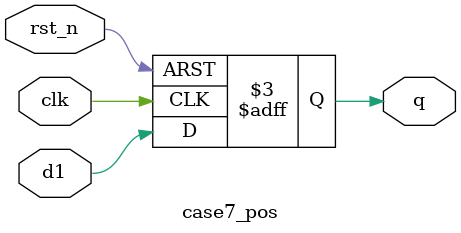
<source format=v>

module case7_pos (q, d1, clk, rst_n);
 output q;
 input d1, clk, rst_n;
 reg q;

 always @(posedge clk or negedge rst_n)
 if (!rst_n) q <= 1'b0;
 else q <= d1;
 
endmodule
</source>
